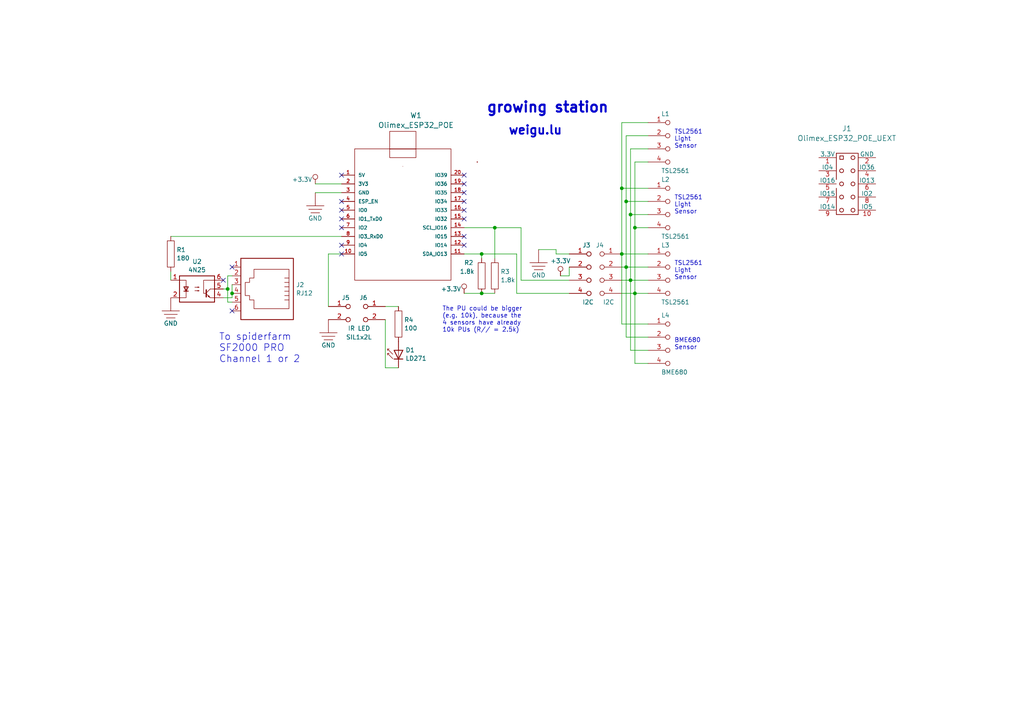
<source format=kicad_sch>
(kicad_sch (version 20230121) (generator eeschema)
  (paper "A4")
  (lib_symbols
    (symbol "LED:LD271" (pin_numbers hide) (pin_names (offset 1.016) hide)
      (property "Reference" "D" (at 0.508 1.778 0))
      (property "Value" "LD271" (at -1.016 -2.794 0))
      (symbol "LD271_0_1"
        (polyline (pts (xy -2.54 1.27) (xy -2.54 -1.27)) (stroke (width 0.254)))
        (polyline (pts (xy 0 0) (xy -2.54 0)))
        (polyline (pts (xy 0.381 3.175) (xy -0.127 3.175)))
        (polyline (pts (xy -1.143 1.651) (xy 0.381 3.175) (xy 0.381 2.667)))
        (polyline (pts (xy 0 -1.27) (xy -2.54 0) (xy 0 1.27) (xy 0 -1.27)) (stroke (width 0.254)))
        (polyline (pts (xy -2.413 1.651) (xy -0.889 3.175) (xy -0.889 2.667) (xy -0.889 3.175) (xy -1.397 3.175)))
      )
      (symbol "LD271_1_1"
        (pin passive line (at -5.08 0 0) (length 2.54) (name "K") (number "1"))
        (pin passive line (at 2.54 0 180) (length 2.54) (name "A") (number "2"))
      )
    )
    (symbol "weigu:+3.3V" (power) (pin_numbers hide) (pin_names (offset 0) hide)
      (property "Value" "+3.3V" (at -0.254 4.064 0))
      (symbol "+3.3V_0_1"
        (circle (center 0 2.032) (radius 0.7112))
      )
      (symbol "+3.3V_1_1"
        (pin power_in line (at 0 0 90) (length 1.27) (name "+3.3V") (number "1"))
      )
    )
    (symbol "weigu:4N25" (pin_names (offset 1.016))
      (property "Reference" "U" (at -5.08 5.08 0))
      (property "Value" "4N25" (at 0 5.08 0))
      (symbol "4N25_0_1"
        (polyline (pts (xy -3.81 -0.635) (xy -2.54 -0.635)) (stroke (width 0.254)))
        (polyline (pts (xy 2.667 -1.397) (xy 3.81 -2.54)))
        (polyline (pts (xy 2.667 -1.143) (xy 3.81 0)))
        (polyline (pts (xy 3.81 -2.54) (xy 5.08 -2.54)))
        (polyline (pts (xy 3.81 0) (xy 5.08 0)))
        (polyline (pts (xy 2.667 -0.254) (xy 2.667 -2.286) (xy 2.667 -2.286)) (stroke (width 0.3556)))
        (polyline (pts (xy -5.08 -2.54) (xy -3.175 -2.54) (xy -3.175 2.54) (xy -5.08 2.54)))
        (polyline (pts (xy -3.175 -0.635) (xy -3.81 0.635) (xy -2.54 0.635) (xy -3.175 -0.635)) (stroke (width 0.254)))
        (polyline (pts (xy 3.683 -2.413) (xy 3.429 -1.905) (xy 3.175 -2.159) (xy 3.683 -2.413)))
        (polyline (pts (xy 5.08 2.54) (xy 1.905 2.54) (xy 1.905 -1.27) (xy 2.54 -1.27)))
        (polyline (pts (xy -0.635 -0.508) (xy 0.635 -0.508) (xy 0.254 -0.635) (xy 0.254 -0.381) (xy 0.635 -0.508)))
        (polyline (pts (xy -0.635 0.508) (xy 0.635 0.508) (xy 0.254 0.381) (xy 0.254 0.635) (xy 0.635 0.508)))
      )
      (symbol "4N25_1_1"
        (rectangle (start -5.08 3.81) (end 5.08 -3.81) (stroke (width 0.254)))
        (pin passive line (at -7.62 2.54 0) (length 2.54) (name "~") (number "1"))
        (pin passive line (at -7.62 -2.54 0) (length 2.54) (name "~") (number "2"))
        (pin no_connect line (at -5.08 0 0) (length 2.54) hide (name "NC") (number "3"))
        (pin passive line (at 7.62 -2.54 180) (length 2.54) (name "~") (number "4"))
        (pin passive line (at 7.62 0 180) (length 2.54) (name "~") (number "5"))
        (pin passive line (at 7.62 2.54 180) (length 2.54) (name "~") (number "6"))
      )
    )
    (symbol "weigu:GND" (power) (pin_names (offset 0))
      (property "Value" "GND" (at 2.54 -2.54 0))
      (symbol "GND_0_1"
        (polyline (pts (xy -2.54 -3.81) (xy 2.54 -3.81)))
        (polyline (pts (xy -1.905 -4.826) (xy 1.905 -4.826)))
        (polyline (pts (xy -1.27 -5.842) (xy 1.27 -5.842)))
        (polyline (pts (xy 0 -3.81) (xy 0 0)))
      )
      (symbol "GND_1_1"
        (pin power_in line (at 0 0 270) (length 0) hide (name "GND") (number "1"))
      )
    )
    (symbol "weigu:Olimex_ESP32_POE" (pin_names (offset 1.016))
      (property "Reference" "W" (at 0 -7.62 0))
      (property "Value" "Olimex_ESP32_POE" (at 0 26.67 0))
      (symbol "Olimex_ESP32_POE_0_1"
        (rectangle (start -13.97 19.05) (end 13.97 -19.05))
        (rectangle (start -3.81 24.13) (end 3.81 19.05))
        (rectangle (start 0 13.97) (end 0 13.97))
        (rectangle (start 3.81 16.51) (end -3.81 19.05))
        (circle (center 21.59 15.24) (radius 0.0001))
        (circle (center 21.59 15.24) (radius 0.0001))
      )
      (symbol "Olimex_ESP32_POE_1_1"
        (pin passive line (at -17.78 11.43 0) (length 3.81) (name "5V") (number "1"))
        (pin passive line (at -17.78 -11.43 0) (length 3.81) (name "IO5") (number "10"))
        (pin passive line (at 17.78 -11.43 180) (length 3.81) (name "SDA_IO13") (number "11"))
        (pin passive line (at 17.78 -8.89 180) (length 3.81) (name "IO14") (number "12"))
        (pin passive line (at 17.78 -6.35 180) (length 3.81) (name "IO15") (number "13"))
        (pin passive line (at 17.78 -3.81 180) (length 3.81) (name "SCL_IO16") (number "14"))
        (pin passive line (at 17.78 -1.27 180) (length 3.81) (name "IO32") (number "15"))
        (pin passive line (at 17.78 1.27 180) (length 3.81) (name "IO33") (number "16"))
        (pin passive line (at 17.78 3.81 180) (length 3.81) (name "IO34") (number "17"))
        (pin passive line (at 17.78 6.35 180) (length 3.81) (name "IO35") (number "18"))
        (pin passive line (at 17.78 8.89 180) (length 3.81) (name "IO36") (number "19"))
        (pin passive line (at -17.78 8.89 0) (length 3.81) (name "3V3") (number "2"))
        (pin passive line (at 17.78 11.43 180) (length 3.81) (name "IO39") (number "20"))
        (pin passive line (at -17.78 6.35 0) (length 3.81) (name "GND") (number "3"))
        (pin passive line (at -17.78 3.81 0) (length 3.81) (name "ESP_EN") (number "4"))
        (pin passive line (at -17.78 1.27 0) (length 3.81) (name "IO0") (number "5"))
        (pin passive line (at -17.78 -1.27 0) (length 3.81) (name "IO1_TxD0") (number "6"))
        (pin passive line (at -17.78 -3.81 0) (length 3.81) (name "IO2") (number "7"))
        (pin passive line (at -17.78 -6.35 0) (length 3.81) (name "IO3_RxD0") (number "8"))
        (pin passive line (at -17.78 -8.89 0) (length 3.81) (name "IO4") (number "9"))
      )
    )
    (symbol "weigu:Olimex_ESP32_POE_UEXT" (pin_names (offset 0))
      (property "Reference" "J" (at -2.54 -10.16 0))
      (property "Value" "Olimex_ESP32_POE_UEXT" (at -1.27 11.43 0))
      (symbol "Olimex_ESP32_POE_UEXT_0_1"
        (rectangle (start -5.08 1.27) (end -5.08 8.89) (stroke (width 0.2032)))
        (rectangle (start -4.064 8.128) (end -3.048 7.112) (stroke (width 0.2032)))
        (circle (center -3.556 -7.62) (radius 0.5588) (stroke (width 0.2032)))
        (circle (center -3.556 -3.81) (radius 0.5588) (stroke (width 0.2032)))
        (circle (center -3.556 0) (radius 0.5588) (stroke (width 0.2032)))
        (circle (center -3.556 3.81) (radius 0.5588) (stroke (width 0.2032)))
        (circle (center -0.254 -7.62) (radius 0.5588) (stroke (width 0.2032)))
        (circle (center -0.254 -3.81) (radius 0.5588) (stroke (width 0.2032)))
        (circle (center -0.254 0) (radius 0.5588) (stroke (width 0.2032)))
        (circle (center -0.254 3.81) (radius 0.5588) (stroke (width 0.2032)))
        (circle (center -0.254 7.62) (radius 0.5588) (stroke (width 0.2032)))
        (polyline (pts (xy -5.08 8.89) (xy 1.27 8.89) (xy 1.27 -8.89) (xy -5.08 -8.89) (xy -5.08 -1.27) (xy -5.08 -1.27)) (stroke (width 0.2032)))
      )
      (symbol "Olimex_ESP32_POE_UEXT_1_1"
        (pin passive line (at -10.16 7.62 0) (length 5.08) (name "3.3V") (number "1"))
        (pin passive line (at 6.35 -7.62 180) (length 5.08) (name "IO5") (number "10"))
        (pin passive line (at 6.35 7.62 180) (length 5.08) (name "GND") (number "2"))
        (pin passive line (at -10.16 3.81 0) (length 5.08) (name "IO4") (number "3"))
        (pin passive line (at 6.35 3.81 180) (length 5.08) (name "IO36") (number "4"))
        (pin passive line (at -10.16 0 0) (length 5.08) (name "IO16") (number "5"))
        (pin passive line (at 6.35 0 180) (length 5.08) (name "IO13") (number "6"))
        (pin passive line (at -10.16 -3.81 0) (length 5.08) (name "IO15") (number "7"))
        (pin passive line (at 6.35 -3.81 180) (length 5.08) (name "IO2") (number "8"))
        (pin passive line (at -10.16 -7.62 0) (length 5.08) (name "IO14") (number "9"))
      )
    )
    (symbol "weigu:R" (pin_numbers hide) (pin_names (offset 0) hide)
      (property "Reference" "R" (at 0 1.905 0))
      (property "Value" "R" (at 0 0 0))
      (symbol "R_0_1"
        (rectangle (start -3.81 1.016) (end 3.81 -1.016))
      )
      (symbol "R_1_1"
        (pin passive line (at -5.08 0 0) (length 1.27) (name "1") (number "1"))
        (pin passive line (at 5.08 0 180) (length 1.27) (name "2") (number "2"))
      )
    )
    (symbol "weigu:RJ12" (pin_names (offset 1.016))
      (property "Reference" "J" (at -5.08 11.43 0))
      (property "Value" "RJ12" (at 2.54 11.43 0))
      (symbol "RJ12_0_1"
        (polyline (pts (xy -6.35 -1.905) (xy -5.08 -1.905) (xy -5.08 -1.905)))
        (polyline (pts (xy -6.35 -0.635) (xy -5.08 -0.635) (xy -5.08 -0.635)))
        (polyline (pts (xy -6.35 0.635) (xy -5.08 0.635) (xy -5.08 0.635)))
        (polyline (pts (xy -6.35 1.905) (xy -5.08 1.905) (xy -5.08 1.905)))
        (polyline (pts (xy -6.35 3.175) (xy -5.08 3.175) (xy -5.08 3.175)))
        (polyline (pts (xy -5.08 4.445) (xy -6.35 4.445) (xy -6.35 4.445)))
        (polyline (pts (xy -6.35 -4.445) (xy -6.35 6.985) (xy 3.81 6.985) (xy 3.81 4.445) (xy 5.08 4.445) (xy 5.08 3.175) (xy 6.35 3.175) (xy 6.35 -0.635) (xy 5.08 -0.635) (xy 5.08 -1.905) (xy 3.81 -1.905) (xy 3.81 -4.445) (xy -6.35 -4.445) (xy -6.35 -4.445)))
      )
      (symbol "RJ12_1_1"
        (rectangle (start -7.62 10.16) (end 7.62 -7.62) (stroke (width 0.254)))
        (pin passive line (at 10.16 -5.08 180) (length 2.54) (name "~") (number "1"))
        (pin passive line (at 10.16 -2.54 180) (length 2.54) (name "~") (number "2"))
        (pin passive line (at 10.16 0 180) (length 2.54) (name "~") (number "3"))
        (pin passive line (at 10.16 2.54 180) (length 2.54) (name "~") (number "4"))
        (pin passive line (at 10.16 5.08 180) (length 2.54) (name "~") (number "5"))
        (pin passive line (at 10.16 7.62 180) (length 2.54) (name "~") (number "6"))
      )
    )
    (symbol "weigu:SIL1x2L" (pin_names (offset 1.016) hide)
      (property "Reference" "J" (at 1.27 5.08 0))
      (property "Value" "SIL1x2L" (at 1.27 -5.08 0))
      (symbol "SIL1x2L_1_1"
        (pin passive inverted (at -2.54 1.27 0) (length 6.35) (name "11") (number "1"))
        (pin passive inverted (at -2.54 -2.54 0) (length 6.35) (name "12") (number "2"))
      )
    )
    (symbol "weigu:SIL1x2R" (pin_names (offset 1.016) hide)
      (property "Reference" "J" (at 1.27 5.08 0))
      (property "Value" "SIL1x2R" (at 1.27 -5.08 0))
      (symbol "SIL1x2R_1_1"
        (pin passive inverted (at 2.54 1.27 180) (length 6.35) (name "11") (number "1"))
        (pin passive inverted (at 2.54 -2.54 180) (length 6.35) (name "12") (number "2"))
      )
    )
    (symbol "weigu:SIL1x4L" (pin_names (offset 1.016) hide)
      (property "Reference" "J" (at 1.27 8.89 0))
      (property "Value" "SIL1x4L" (at 1.27 -8.89 0))
      (symbol "SIL1x4L_1_1"
        (pin passive inverted (at -2.54 5.08 0) (length 6.35) (name "11") (number "1"))
        (pin passive inverted (at -2.54 1.27 0) (length 6.35) (name "12") (number "2"))
        (pin passive inverted (at -2.54 -2.54 0) (length 6.35) (name "13") (number "3"))
        (pin passive inverted (at -2.54 -6.35 0) (length 6.35) (name "14") (number "4"))
      )
    )
    (symbol "weigu:SIL1x4R" (pin_names (offset 1.016) hide)
      (property "Reference" "J" (at 1.27 8.89 0))
      (property "Value" "SIL1x4R" (at 1.27 -8.89 0))
      (symbol "SIL1x4R_1_1"
        (pin passive inverted (at 2.54 5.08 180) (length 6.35) (name "11") (number "1"))
        (pin passive inverted (at 2.54 1.27 180) (length 6.35) (name "12") (number "2"))
        (pin passive inverted (at 2.54 -2.54 180) (length 6.35) (name "13") (number "3"))
        (pin passive inverted (at 2.54 -6.35 180) (length 6.35) (name "14") (number "4"))
      )
    )
  )
  (junction (at 143.51 66.04))
  (junction (at 180.34 73.66))
  (junction (at 184.15 66.04))
  (junction (at 139.7 73.66))
  (junction (at 184.15 85.09))
  (junction (at 182.88 81.28))
  (junction (at 182.88 62.23))
  (junction (at 66.04 83.82))
  (junction (at 181.61 77.47))
  (junction (at 180.34 54.61))
  (junction (at 181.61 58.42))
  (junction (at 67.31 85.09))
  (junction (at 139.7 85.09))
  (no_connect (at 134.62 71.12))
  (no_connect (at 99.06 71.12))
  (no_connect (at 64.77 81.28))
  (no_connect (at 134.62 50.8))
  (no_connect (at 99.06 73.66))
  (no_connect (at 99.06 58.42))
  (no_connect (at 134.62 55.88))
  (no_connect (at 67.31 90.17))
  (no_connect (at 99.06 60.96))
  (no_connect (at 67.31 77.47))
  (no_connect (at 99.06 50.8))
  (no_connect (at 134.62 53.34))
  (no_connect (at 134.62 68.58))
  (no_connect (at 134.62 60.96))
  (no_connect (at 134.62 58.42))
  (no_connect (at 134.62 63.5))
  (no_connect (at 99.06 66.04))
  (no_connect (at 99.06 63.5))
  (wire (pts (xy 162.56 80.01) (xy 165.1 80.01)))
  (wire (pts (xy 180.34 54.61) (xy 180.34 35.56)))
  (wire (pts (xy 181.61 97.79) (xy 187.96 97.79)))
  (wire (pts (xy 67.31 86.36) (xy 67.31 85.09)))
  (wire (pts (xy 134.62 66.04) (xy 143.51 66.04)))
  (wire (pts (xy 161.29 73.66) (xy 165.1 73.66)))
  (wire (pts (xy 67.31 82.55) (xy 67.31 85.09)))
  (wire (pts (xy 184.15 66.04) (xy 187.96 66.04)))
  (wire (pts (xy 184.15 85.09) (xy 184.15 105.41)))
  (wire (pts (xy 139.7 85.09) (xy 143.51 85.09)))
  (wire (pts (xy 181.61 58.42) (xy 181.61 39.37)))
  (wire (pts (xy 161.29 72.39) (xy 161.29 73.66)))
  (wire (pts (xy 143.51 66.04) (xy 151.13 66.04)))
  (wire (pts (xy 151.13 81.28) (xy 165.1 81.28)))
  (wire (pts (xy 180.34 35.56) (xy 187.96 35.56)))
  (wire (pts (xy 66.04 83.82) (xy 66.04 87.63)))
  (wire (pts (xy 49.53 68.58) (xy 99.06 68.58)))
  (wire (pts (xy 180.34 93.98) (xy 187.96 93.98)))
  (wire (pts (xy 156.21 72.39) (xy 161.29 72.39)))
  (wire (pts (xy 180.34 73.66) (xy 180.34 54.61)))
  (wire (pts (xy 182.88 81.28) (xy 182.88 101.6)))
  (wire (pts (xy 180.34 73.66) (xy 187.96 73.66)))
  (wire (pts (xy 180.34 81.28) (xy 182.88 81.28)))
  (wire (pts (xy 184.15 85.09) (xy 184.15 66.04)))
  (wire (pts (xy 182.88 62.23) (xy 187.96 62.23)))
  (wire (pts (xy 91.44 53.34) (xy 99.06 53.34)))
  (wire (pts (xy 149.86 85.09) (xy 165.1 85.09)))
  (wire (pts (xy 165.1 80.01) (xy 165.1 77.47)))
  (wire (pts (xy 64.77 83.82) (xy 66.04 83.82)))
  (wire (pts (xy 111.76 106.68) (xy 111.76 92.71)))
  (wire (pts (xy 181.61 77.47) (xy 181.61 97.79)))
  (wire (pts (xy 66.04 83.82) (xy 66.04 80.01)))
  (wire (pts (xy 182.88 101.6) (xy 187.96 101.6)))
  (wire (pts (xy 180.34 77.47) (xy 181.61 77.47)))
  (wire (pts (xy 149.86 85.09) (xy 149.86 73.66)))
  (wire (pts (xy 184.15 85.09) (xy 187.96 85.09)))
  (wire (pts (xy 180.34 85.09) (xy 184.15 85.09)))
  (wire (pts (xy 180.34 73.66) (xy 180.34 93.98)))
  (wire (pts (xy 49.53 78.74) (xy 49.53 81.28)))
  (wire (pts (xy 182.88 43.18) (xy 187.96 43.18)))
  (wire (pts (xy 139.7 74.93) (xy 139.7 73.66)))
  (wire (pts (xy 66.04 87.63) (xy 67.31 87.63)))
  (wire (pts (xy 184.15 66.04) (xy 184.15 46.99)))
  (wire (pts (xy 66.04 80.01) (xy 67.31 80.01)))
  (wire (pts (xy 181.61 77.47) (xy 187.96 77.47)))
  (wire (pts (xy 181.61 58.42) (xy 187.96 58.42)))
  (wire (pts (xy 115.57 106.68) (xy 111.76 106.68)))
  (wire (pts (xy 139.7 73.66) (xy 134.62 73.66)))
  (wire (pts (xy 111.76 88.9) (xy 115.57 88.9)))
  (wire (pts (xy 182.88 81.28) (xy 182.88 62.23)))
  (wire (pts (xy 64.77 86.36) (xy 67.31 86.36)))
  (wire (pts (xy 151.13 66.04) (xy 151.13 81.28)))
  (wire (pts (xy 182.88 81.28) (xy 187.96 81.28)))
  (wire (pts (xy 184.15 46.99) (xy 187.96 46.99)))
  (wire (pts (xy 91.44 55.88) (xy 99.06 55.88)))
  (wire (pts (xy 182.88 62.23) (xy 182.88 43.18)))
  (wire (pts (xy 184.15 105.41) (xy 187.96 105.41)))
  (wire (pts (xy 181.61 39.37) (xy 187.96 39.37)))
  (wire (pts (xy 180.34 54.61) (xy 187.96 54.61)))
  (wire (pts (xy 99.06 73.66) (xy 95.25 73.66)))
  (wire (pts (xy 181.61 77.47) (xy 181.61 58.42)))
  (wire (pts (xy 149.86 73.66) (xy 139.7 73.66)))
  (wire (pts (xy 95.25 73.66) (xy 95.25 88.9)))
  (wire (pts (xy 143.51 66.04) (xy 143.51 74.93)))
  (wire (pts (xy 134.62 85.09) (xy 139.7 85.09)))
  (text "BME680\nSensor" (at 195.58 101.6 0) (effects (font (size 1.27 1.27)) (justify left bottom)))
  (text "TSL2561\nLight\nSensor" (at 195.58 62.23 0) (effects (font (size 1.27 1.27)) (justify left bottom)))
  (text "To spiderfarm\nSF2000 PRO\nChannel 1 or 2" (at 63.5 105.41 0) (effects (font (size 2 2)) (justify left bottom)))
  (text "TSL2561\nLight\nSensor" (at 195.58 43.18 0) (effects (font (size 1.27 1.27)) (justify left bottom)))
  (text "growing station" (at 140.97 33.02 0) (effects (font (size 3 3) (thickness 0.6) bold) (justify left bottom)))
  (text "TSL2561\nLight\nSensor" (at 195.58 81.28 0) (effects (font (size 1.27 1.27)) (justify left bottom)))
  (text "The PU could be bigger\n(e.g. 10k), because the\n4 sensors have already\n10k PUs (R// = 2.5k)" (at 128.27 96.52 0) (effects (font (size 1.27 1.27)) (justify left bottom)))
  (text "weigu.lu" (at 147.32 39.37 0) (effects (font (size 2.5 2.5) (thickness 0.5) bold) (justify left bottom)))
  (symbol (lib_id "weigu:R") (at 115.57 93.98 90) (unit 1)
    (property "Reference" "R4" (at 117.221 92.7679 90) (effects (justify right)))
    (property "Value" "100" (at 117.221 95.1921 90) (effects (justify right)))
  )
  (symbol (lib_id "weigu:+3.3V") (at 134.62 85.09 0) (unit 1)
    (property "Reference" "#PWR03" (effects hide))
    (property "Value" "+3.3V" (at 130.81 83.82 0))
  )
  (symbol (lib_id "weigu:R") (at 139.7 80.01 90) (unit 1)
    (property "Reference" "R2" (at 134.62 76.2 90) (effects (justify right)))
    (property "Value" "1.8k" (at 133.35 78.74 90) (effects (justify right)))
  )
  (symbol (lib_id "weigu:+3.3V") (at 162.56 80.01 0) (unit 1)
    (property "Reference" "#PWR05" (effects hide))
    (property "Value" "+3.3V" (at 162.56 75.6737 0))
  )
  (symbol (lib_id "LED:LD271") (at 115.57 101.6 90) (unit 1)
    (property "Reference" "D1" (at 117.602 101.5309 90) (effects (justify right)))
    (property "Value" "LD271" (at 117.602 103.9551 90) (effects (justify right)))
    (property "Footprint" "LED_THT:LED_D5.0mm_IRGrey" (effects hide))
    (property "Datasheet" "http://www.alliedelec.com/m/d/40788c34903a719969df15f1fbea1056.pdf" (effects hide))
  )
  (symbol (lib_id "weigu:GND") (at 156.21 72.39 0) (unit 1)
    (property "Reference" "#PWR04" (effects hide))
    (property "Value" "GND" (at 156.21 79.8251 0))
  )
  (symbol (lib_id "weigu:Olimex_ESP32_POE_UEXT") (at 247.65 53.34 0) (unit 1)
    (property "Reference" "J1" (at 245.618 37.2742 0) (effects (font (size 1.524 1.524))))
    (property "Value" "Olimex_ESP32_POE_UEXT" (at 245.618 40.107 0) (effects (font (size 1.524 1.524))))
  )
  (symbol (lib_id "weigu:GND") (at 91.44 55.88 0) (unit 1)
    (property "Reference" "#PWR02" (effects hide))
    (property "Value" "GND" (at 91.44 63.3151 0))
  )
  (symbol (lib_id "weigu:SIL1x4L") (at 190.5 99.06 0) (unit 1)
    (property "Reference" "L4" (at 191.77 91.44 0) (effects (justify left)))
    (property "Value" "BME680" (at 191.77 107.95 0) (effects (justify left)))
  )
  (symbol (lib_id "weigu:SIL1x4L") (at 167.64 78.74 0) (unit 1)
    (property "Reference" "J3" (at 168.91 71.12 0) (effects (justify left)))
    (property "Value" "I2C" (at 168.91 87.63 0) (effects (justify left)))
  )
  (symbol (lib_id "weigu:SIL1x4L") (at 190.5 59.69 0) (unit 1)
    (property "Reference" "L2" (at 191.77 52.07 0) (effects (justify left)))
    (property "Value" "TSL2561" (at 191.77 68.58 0) (effects (justify left)))
  )
  (symbol (lib_id "weigu:GND") (at 49.53 86.36 0) (unit 1)
    (property "Reference" "#PWR01" (effects hide))
    (property "Value" "GND" (at 49.53 93.7951 0))
  )
  (symbol (lib_id "weigu:SIL1x2L") (at 97.79 90.17 0) (unit 1)
    (property "Reference" "J5" (at 99.06 86.36 0) (effects (justify left)))
    (property "Value" "SIL1x2L" (at 100.33 97.79 0) (effects (justify left)))
  )
  (symbol (lib_id "weigu:SIL1x4L") (at 190.5 40.64 0) (unit 1)
    (property "Reference" "L1" (at 191.77 33.02 0) (effects (justify left)))
    (property "Value" "TSL2561" (at 191.77 49.53 0) (effects (justify left)))
  )
  (symbol (lib_id "weigu:+3.3V") (at 91.44 53.34 0) (unit 1)
    (property "Reference" "#PWR06" (effects hide))
    (property "Value" "+3.3V" (at 87.63 52.07 0))
  )
  (symbol (lib_id "weigu:SIL1x4L") (at 190.5 78.74 0) (unit 1)
    (property "Reference" "L3" (at 191.77 71.12 0) (effects (justify left)))
    (property "Value" "TSL2561" (at 191.77 87.63 0) (effects (justify left)))
  )
  (symbol (lib_id "weigu:4N25") (at 57.15 83.82 0) (unit 1)
    (property "Reference" "U2" (at 57.15 75.8657 0))
    (property "Value" "4N25" (at 57.15 78.2899 0))
    (property "Footprint" "Package_DIP:DIP-6_W7.62mm" (effects hide))
    (property "Datasheet" "https://www.vishay.com/docs/83725/4n25.pdf" (effects hide))
  )
  (symbol (lib_id "weigu:SIL1x2R") (at 109.22 90.17 0) (unit 1)
    (property "Reference" "J6" (at 105.41 86.36 0))
    (property "Value" "IR LED" (at 104.14 95.25 0))
  )
  (symbol (lib_id "weigu:RJ12") (at 77.47 82.55 180) (unit 1)
    (property "Reference" "J2" (at 85.852 82.6079 0) (effects (justify right)))
    (property "Value" "RJ12" (at 85.852 85.0321 0) (effects (justify right)))
  )
  (symbol (lib_id "weigu:R") (at 49.53 73.66 270) (unit 1)
    (property "Reference" "R1" (at 51.181 72.4479 90) (effects (justify left)))
    (property "Value" "180" (at 51.181 74.8721 90) (effects (justify left)))
  )
  (symbol (lib_id "weigu:GND") (at 95.25 92.71 0) (unit 1)
    (property "Reference" "#PWR07" (effects hide))
    (property "Value" "GND" (at 95.25 100.1451 0))
  )
  (symbol (lib_id "weigu:R") (at 143.51 80.01 90) (unit 1)
    (property "Reference" "R3" (at 145.161 78.7979 90) (effects (justify right)))
    (property "Value" "1.8k" (at 145.161 81.2221 90) (effects (justify right)))
  )
  (symbol (lib_id "weigu:Olimex_ESP32_POE") (at 116.84 62.23 0) (unit 1)
    (property "Reference" "W1" (at 120.65 33.4698 0) (effects (font (size 1.524 1.524))))
    (property "Value" "Olimex_ESP32_POE" (at 120.65 36.3026 0) (effects (font (size 1.524 1.524))))
  )
  (symbol (lib_id "weigu:SIL1x4R") (at 177.8 78.74 0) (unit 1)
    (property "Reference" "J4" (at 173.99 71.12 0))
    (property "Value" "I2C" (at 176.53 87.63 0))
  )
)
</source>
